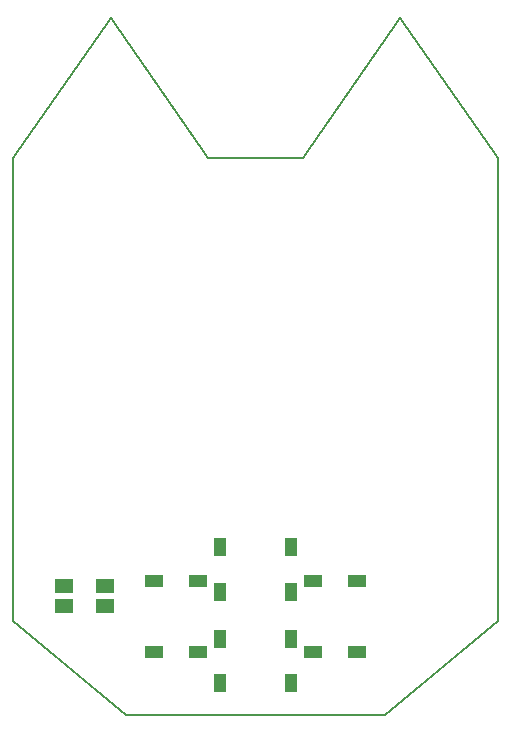
<source format=gtp>
G04 #@! TF.GenerationSoftware,KiCad,Pcbnew,7.0.7-7.0.7~ubuntu22.04.1*
G04 #@! TF.CreationDate,2025-01-16T16:21:51-05:00*
G04 #@! TF.ProjectId,CutieCat,43757469-6543-4617-942e-6b696361645f,rev?*
G04 #@! TF.SameCoordinates,Original*
G04 #@! TF.FileFunction,Paste,Top*
G04 #@! TF.FilePolarity,Positive*
%FSLAX46Y46*%
G04 Gerber Fmt 4.6, Leading zero omitted, Abs format (unit mm)*
G04 Created by KiCad (PCBNEW 7.0.7-7.0.7~ubuntu22.04.1) date 2025-01-16 16:21:51*
%MOMM*%
%LPD*%
G01*
G04 APERTURE LIST*
%ADD10R,1.000000X1.500000*%
%ADD11R,1.500000X1.000000*%
%ADD12R,1.600000X1.250000*%
G04 #@! TA.AperFunction,Profile*
%ADD13C,0.200000*%
G04 #@! TD*
G04 APERTURE END LIST*
D10*
X-3000000Y-14375000D03*
X3000000Y-14375000D03*
X-3000000Y-18125000D03*
X3000000Y-18125000D03*
D11*
X4875000Y-23250000D03*
X4875000Y-17250000D03*
X8625000Y-23250000D03*
X8625000Y-17250000D03*
D10*
X-3000000Y-22125000D03*
X3000000Y-22125000D03*
X-3000000Y-25875000D03*
X3000000Y-25875000D03*
D12*
X-16250000Y-17625000D03*
X-16250000Y-19375000D03*
X-12750000Y-19375000D03*
X-12750000Y-17625000D03*
D11*
X-8625000Y-23250000D03*
X-8625000Y-17250000D03*
X-4875000Y-23250000D03*
X-4875000Y-17250000D03*
D13*
X-20500000Y18623200D02*
X-20500000Y-20623200D01*
X20500000Y-20623200D02*
X11000000Y-28594600D01*
X20500000Y18623200D02*
X20500000Y-20623200D01*
X4000000Y18623200D02*
X12250000Y30405400D01*
X11000000Y-28594600D02*
X-11000000Y-28594600D01*
X-4000000Y18623200D02*
X4000000Y18623200D01*
X-12250000Y30405400D02*
X-4000000Y18623200D01*
X-20500000Y18623200D02*
X-12250000Y30405400D01*
X-11000000Y-28594600D02*
X-20500000Y-20623200D01*
X12250000Y30405400D02*
X20500000Y18623200D01*
M02*

</source>
